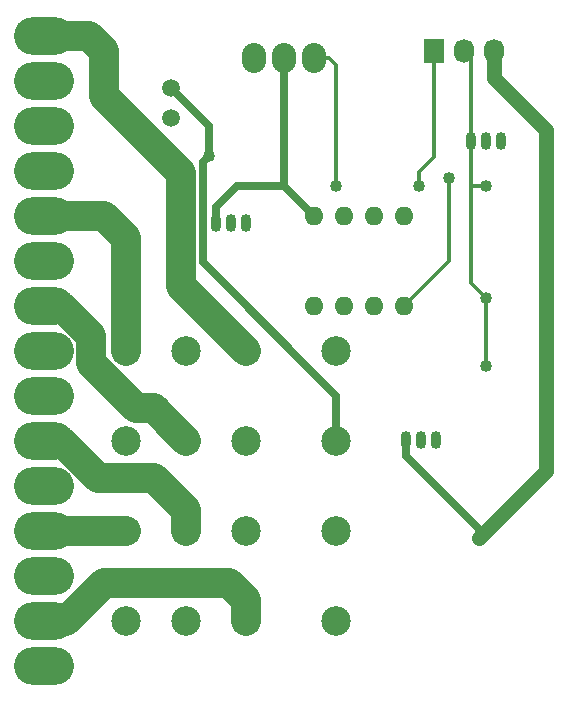
<source format=gbl>
G04 #@! TF.FileFunction,Copper,L2,Bot,Signal*
%FSLAX46Y46*%
G04 Gerber Fmt 4.6, Leading zero omitted, Abs format (unit mm)*
G04 Created by KiCad (PCBNEW (2015-10-14 BZR 6269)-product) date Thursday, October 15, 2015 'PMt' 05:26:15 PM*
%MOMM*%
G01*
G04 APERTURE LIST*
%ADD10C,0.100000*%
%ADD11C,2.500000*%
%ADD12O,5.080000X3.175000*%
%ADD13C,1.501140*%
%ADD14O,1.600000X1.600000*%
%ADD15R,1.727200X2.032000*%
%ADD16O,1.727200X2.032000*%
%ADD17O,0.899160X1.501140*%
%ADD18O,2.032000X2.540000*%
%ADD19C,1.016000*%
%ADD20C,1.270000*%
%ADD21C,0.635000*%
%ADD22C,0.304800*%
%ADD23C,2.540000*%
G04 APERTURE END LIST*
D10*
D11*
X107950000Y-85725000D03*
X113030000Y-85725000D03*
X118110000Y-85725000D03*
X125730000Y-85725000D03*
X125730000Y-78105000D03*
X118110000Y-78105000D03*
X113030000Y-78105000D03*
X107950000Y-78105000D03*
X107950000Y-100965000D03*
X113030000Y-100965000D03*
X118110000Y-100965000D03*
X125730000Y-100965000D03*
X125730000Y-93345000D03*
X118110000Y-93345000D03*
X113030000Y-93345000D03*
X107950000Y-93345000D03*
D12*
X100965000Y-51435000D03*
X100965000Y-55245000D03*
X100965000Y-59055000D03*
X100965000Y-62865000D03*
X100965000Y-66675000D03*
X100965000Y-70485000D03*
X100965000Y-74295000D03*
X100965000Y-78105000D03*
X100965000Y-81915000D03*
X100965000Y-85725000D03*
X100965000Y-89535000D03*
X100965000Y-93345000D03*
X100965000Y-97155000D03*
X100965000Y-100965000D03*
X100965000Y-104775000D03*
D13*
X111760000Y-58420000D03*
X111760000Y-55880000D03*
D14*
X123825000Y-74295000D03*
X126365000Y-74295000D03*
X128905000Y-74295000D03*
X131445000Y-74295000D03*
X131445000Y-66675000D03*
X128905000Y-66675000D03*
X126365000Y-66675000D03*
X123825000Y-66675000D03*
D15*
X133985000Y-52705000D03*
D16*
X136525000Y-52705000D03*
X139065000Y-52705000D03*
D17*
X132937555Y-85682351D03*
X134207555Y-85682351D03*
X131667555Y-85682351D03*
X138430000Y-60325000D03*
X139700000Y-60325000D03*
X137160000Y-60325000D03*
X116840000Y-67310000D03*
X118110000Y-67310000D03*
X115570000Y-67310000D03*
D18*
X121285000Y-53340000D03*
X123825000Y-53340000D03*
X118745000Y-53340000D03*
D19*
X137795000Y-93980000D03*
X114935000Y-61595000D03*
X125730000Y-64135000D03*
X138401998Y-64135000D03*
X138430000Y-73660000D03*
X138430000Y-79375000D03*
X135255000Y-63500000D03*
X132715000Y-64135000D03*
D20*
X143510000Y-59436000D02*
X143510000Y-88265000D01*
X143510000Y-88265000D02*
X137795000Y-93980000D01*
X139065000Y-52705000D02*
X139065000Y-54991000D01*
X139065000Y-54991000D02*
X143510000Y-59436000D01*
D21*
X139065000Y-52552600D02*
X139065000Y-52705000D01*
X121285000Y-53340000D02*
X121285000Y-53086000D01*
X115570000Y-67310000D02*
X115570000Y-65924430D01*
X115570000Y-65924430D02*
X117359430Y-64135000D01*
X117359430Y-64135000D02*
X121285000Y-64135000D01*
X121285000Y-53340000D02*
X121285000Y-64135000D01*
X121285000Y-64135000D02*
X123825000Y-66675000D01*
X131667555Y-85682351D02*
X131667555Y-87067921D01*
X131667555Y-87067921D02*
X137795000Y-93195366D01*
X137795000Y-93195366D02*
X137795000Y-93980000D01*
X114427001Y-70612001D02*
X125730000Y-81915000D01*
X125730000Y-81915000D02*
X125730000Y-85725000D01*
X114935000Y-61595000D02*
X114427001Y-62102999D01*
X114427001Y-62102999D02*
X114427001Y-70612001D01*
X114935000Y-61595000D02*
X114935000Y-59055000D01*
X114935000Y-59055000D02*
X111760000Y-55880000D01*
D22*
X125730000Y-64135000D02*
X125730000Y-53924200D01*
X125145800Y-53340000D02*
X123825000Y-53340000D01*
X125730000Y-53924200D02*
X125145800Y-53340000D01*
X137160000Y-60325000D02*
X137160000Y-53340000D01*
X137160000Y-53340000D02*
X136525000Y-52705000D01*
D21*
X136525000Y-52705000D02*
X136525000Y-52552600D01*
D22*
X137160000Y-72390000D02*
X137160000Y-64057872D01*
X137237128Y-64135000D02*
X137160000Y-64057872D01*
X137160000Y-64057872D02*
X137160000Y-60325000D01*
X138401998Y-64135000D02*
X137237128Y-64135000D01*
X138430000Y-73660000D02*
X137160000Y-72390000D01*
X138430000Y-79375000D02*
X138430000Y-73660000D01*
D23*
X106045000Y-52705000D02*
X104775000Y-51435000D01*
X106045000Y-56515000D02*
X106045000Y-52705000D01*
X112639490Y-63109490D02*
X106045000Y-56515000D01*
X112639490Y-72634490D02*
X112639490Y-63109490D01*
X118110000Y-78105000D02*
X112639490Y-72634490D01*
X104775000Y-51435000D02*
X100965000Y-51435000D01*
D22*
X131445000Y-74295000D02*
X135255000Y-70485000D01*
X135255000Y-70485000D02*
X135255000Y-63500000D01*
D23*
X100965000Y-74295000D02*
X102431472Y-74295000D01*
X102431472Y-74295000D02*
X104975010Y-76838538D01*
X104975010Y-76838538D02*
X104975010Y-79155612D01*
X110309999Y-83004999D02*
X111780001Y-84475001D01*
X104975010Y-79155612D02*
X108824397Y-83004999D01*
X108824397Y-83004999D02*
X110309999Y-83004999D01*
X111780001Y-84475001D02*
X113030000Y-85725000D01*
X107950000Y-78105000D02*
X107950000Y-68580000D01*
X107950000Y-68580000D02*
X106045000Y-66675000D01*
X106045000Y-66675000D02*
X100965000Y-66675000D01*
X106045000Y-97790000D02*
X102870000Y-100965000D01*
X102870000Y-100965000D02*
X100965000Y-100965000D01*
X116702766Y-97790000D02*
X106045000Y-97790000D01*
X118110000Y-100965000D02*
X118110000Y-99197234D01*
X118110000Y-99197234D02*
X116702766Y-97790000D01*
X110352766Y-88900000D02*
X105606472Y-88900000D01*
X105606472Y-88900000D02*
X102431472Y-85725000D01*
X102431472Y-85725000D02*
X100965000Y-85725000D01*
X113030000Y-93345000D02*
X113030000Y-91577234D01*
X113030000Y-91577234D02*
X110352766Y-88900000D01*
X107950000Y-93345000D02*
X100965000Y-93345000D01*
D22*
X132715000Y-64135000D02*
X132715000Y-63025000D01*
X132715000Y-63025000D02*
X133985000Y-61755000D01*
X133985000Y-52705000D02*
X133985000Y-61755000D01*
M02*

</source>
